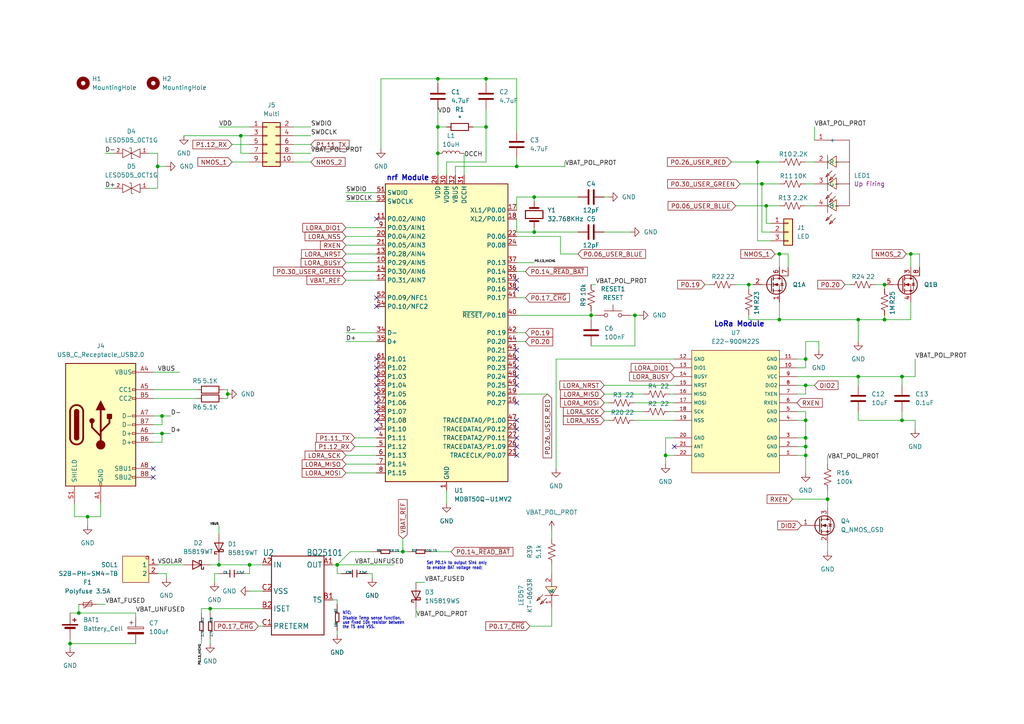
<source format=kicad_sch>
(kicad_sch (version 20250114) (generator "eeschema") (generator_version "9.0")
  (paper "A4")
  (lib_symbols
    (symbol "Connector:USB_C_Receptacle_USB2.0" (pin_names (offset 1.016))
      (property "Reference" "J" (at -10.16 19.05 0))
      (property "Value" "USB_C_Receptacle_USB2.0" (at 19.05 19.05 0))
      (symbol "USB_C_Receptacle_USB2.0_1_1"
        (pin passive line (at -7.62 -22.86 90) (length 5.08) (name "SHIELD") (number "S1"))
        (pin passive line (at 0 -22.86 90) (length 5.08) (name "GND") (number "A1"))
        (pin passive line (at 0 -22.86 90) (length 5.08) (hide yes) (name "GND") (number "A12"))
        (pin passive line (at 0 -22.86 90) (length 5.08) (hide yes) (name "GND") (number "B1"))
        (pin passive line (at 0 -22.86 90) (length 5.08) (hide yes) (name "GND") (number "B12"))
        (pin passive line (at 15.24 15.24 180) (length 5.08) (name "VBUS") (number "A4"))
        (pin passive line (at 15.24 15.24 180) (length 5.08) (hide yes) (name "VBUS") (number "A9"))
        (pin passive line (at 15.24 15.24 180) (length 5.08) (hide yes) (name "VBUS") (number "B4"))
        (pin passive line (at 15.24 15.24 180) (length 5.08) (hide yes) (name "VBUS") (number "B9"))
        (pin bidirectional line (at 15.24 10.16 180) (length 5.08) (name "CC1") (number "A5"))
        (pin bidirectional line (at 15.24 7.62 180) (length 5.08) (name "CC2") (number "B5"))
        (pin bidirectional line (at 15.24 2.54 180) (length 5.08) (name "D-") (number "A7"))
        (pin bidirectional line (at 15.24 0 180) (length 5.08) (name "D-") (number "B7"))
        (pin bidirectional line (at 15.24 -2.54 180) (length 5.08) (name "D+") (number "A6"))
        (pin bidirectional line (at 15.24 -5.08 180) (length 5.08) (name "D+") (number "B6"))
        (pin bidirectional line (at 15.24 -12.7 180) (length 5.08) (name "SBU1") (number "A8"))
        (pin bidirectional line (at 15.24 -15.24 180) (length 5.08) (name "SBU2") (number "B8"))
      )
    )
    (symbol "Connector_Generic:Conn_01x03" (pin_names (offset 1.016) (hide yes))
      (property "Reference" "J" (at 0 5.08 0))
      (property "Value" "Conn_01x03" (at 0 -5.08 0))
      (symbol "Conn_01x03_1_1"
        (pin passive line (at -5.08 2.54 0) (length 3.81) (name "Pin_1") (number "1"))
        (pin passive line (at -5.08 0 0) (length 3.81) (name "Pin_2") (number "2"))
        (pin passive line (at -5.08 -2.54 0) (length 3.81) (name "Pin_3") (number "3"))
      )
    )
    (symbol "Connector_Generic:Conn_02x05_Odd_Even" (pin_names (offset 1.016) (hide yes))
      (property "Reference" "J" (at 1.27 7.62 0))
      (property "Value" "Conn_02x05_Odd_Even" (at 1.27 -7.62 0))
      (symbol "Conn_02x05_Odd_Even_1_1"
        (pin passive line (at -5.08 5.08 0) (length 3.81) (name "Pin_1") (number "1"))
        (pin passive line (at -5.08 2.54 0) (length 3.81) (name "Pin_3") (number "3"))
        (pin passive line (at -5.08 0 0) (length 3.81) (name "Pin_5") (number "5"))
        (pin passive line (at -5.08 -2.54 0) (length 3.81) (name "Pin_7") (number "7"))
        (pin passive line (at -5.08 -5.08 0) (length 3.81) (name "Pin_9") (number "9"))
        (pin passive line (at 7.62 5.08 180) (length 3.81) (name "Pin_2") (number "2"))
        (pin passive line (at 7.62 2.54 180) (length 3.81) (name "Pin_4") (number "4"))
        (pin passive line (at 7.62 0 180) (length 3.81) (name "Pin_6") (number "6"))
        (pin passive line (at 7.62 -2.54 180) (length 3.81) (name "Pin_8") (number "8"))
        (pin passive line (at 7.62 -5.08 180) (length 3.81) (name "Pin_10") (number "10"))
      )
    )
    (symbol "Device:Battery_Cell" (pin_numbers (hide yes)) (pin_names (offset 0) (hide yes))
      (property "Reference" "BT" (at 2.54 2.54 0))
      (property "Value" "Battery_Cell" (at 2.54 0 0))
      (symbol "Battery_Cell_1_1"
        (pin passive line (at 0 5.08 270) (length 2.54) (name "+") (number "1"))
        (pin passive line (at 0 -2.54 90) (length 2.54) (name "-") (number "2"))
      )
    )
    (symbol "Device:C" (pin_numbers (hide yes)) (pin_names (offset 0.254))
      (property "Reference" "C" (at 0.635 2.54 0))
      (property "Value" "C" (at 0.635 -2.54 0))
      (symbol "C_1_1"
        (pin passive line (at 0 3.81 270) (length 2.794) (name "~") (number "1"))
        (pin passive line (at 0 -3.81 90) (length 2.794) (name "~") (number "2"))
      )
    )
    (symbol "Device:C_Polarized" (pin_numbers (hide yes)) (pin_names (offset 0.254))
      (property "Reference" "C" (at 0.635 2.54 0))
      (property "Value" "C_Polarized" (at 0.635 -2.54 0))
      (symbol "C_Polarized_1_1"
        (pin passive line (at 0 3.81 270) (length 2.794) (name "~") (number "1"))
        (pin passive line (at 0 -3.81 90) (length 2.794) (name "~") (number "2"))
      )
    )
    (symbol "Device:Crystal" (pin_numbers (hide yes)) (pin_names (offset 1.016) (hide yes))
      (property "Reference" "Y" (at 0 3.81 0))
      (property "Value" "Crystal" (at 0 -3.81 0))
      (symbol "Crystal_1_1"
        (pin passive line (at -3.81 0 0) (length 1.27) (name "1") (number "1"))
        (pin passive line (at 3.81 0 180) (length 1.27) (name "2") (number "2"))
      )
    )
    (symbol "Device:D_Schottky" (pin_numbers (hide yes)) (pin_names (offset 1.016) (hide yes))
      (property "Reference" "D" (at 0 2.54 0))
      (property "Value" "D_Schottky" (at 0 -2.54 0))
      (symbol "D_Schottky_1_1"
        (pin passive line (at -3.81 0 0) (length 2.54) (name "K") (number "1"))
        (pin passive line (at 3.81 0 180) (length 2.54) (name "A") (number "2"))
      )
    )
    (symbol "Device:L" (pin_numbers (hide yes)) (pin_names (offset 1.016) (hide yes))
      (property "Reference" "L" (at -1.27 0 90))
      (property "Value" "L" (at 1.905 0 90))
      (symbol "L_1_1"
        (pin passive line (at 0 3.81 270) (length 1.27) (name "1") (number "1"))
        (pin passive line (at 0 -3.81 90) (length 1.27) (name "2") (number "2"))
      )
    )
    (symbol "Device:Polyfuse_Small" (pin_numbers (hide yes)) (pin_names (offset 0))
      (property "Reference" "F" (at -1.905 0 90))
      (property "Value" "Polyfuse_Small" (at 1.905 0 90))
      (symbol "Polyfuse_Small_1_1"
        (pin passive line (at 0 2.54 270) (length 0.635) (name "~") (number "1"))
        (pin passive line (at 0 -2.54 90) (length 0.635) (name "~") (number "2"))
      )
    )
    (symbol "Device:Q_NMOS_GSD" (pin_names (offset 0) (hide yes))
      (property "Reference" "Q" (at 5.08 1.27 0))
      (property "Value" "Q_NMOS_GSD" (at 5.08 -1.27 0))
      (symbol "Q_NMOS_GSD_1_1"
        (pin input line (at -5.08 0 0) (length 2.54) (name "G") (number "1"))
        (pin passive line (at 2.54 5.08 270) (length 2.54) (name "D") (number "3"))
        (pin passive line (at 2.54 -5.08 90) (length 2.54) (name "S") (number "2"))
      )
    )
    (symbol "Device:R" (pin_numbers (hide yes)) (pin_names (offset 0))
      (property "Reference" "R" (at 2.032 0 90))
      (property "Value" "R" (at 0 0 90))
      (symbol "R_1_1"
        (pin passive line (at 0 3.81 270) (length 1.27) (name "~") (number "1"))
        (pin passive line (at 0 -3.81 90) (length 1.27) (name "~") (number "2"))
      )
    )
    (symbol "Device:R_US" (pin_numbers (hide yes)) (pin_names (offset 0))
      (property "Reference" "R" (at 2.54 0 90))
      (property "Value" "R_US" (at -2.54 0 90))
      (symbol "R_US_1_1"
        (pin passive line (at 0 3.81 270) (length 1.27) (name "~") (number "1"))
        (pin passive line (at 0 -3.81 90) (length 1.27) (name "~") (number "2"))
      )
    )
    (symbol "Mechanical:MountingHole" (pin_names (offset 1.016))
      (property "Reference" "H" (at 0 5.08 0))
      (property "Value" "MountingHole" (at 0 3.175 0))
    )
    (symbol "Philly:PJM05DN20DFA" (pin_names (offset 0) (hide yes))
      (property "Reference" "Q1" (at 6.35 0.0001 0))
      (symbol "PJM05DN20DFA_1_1"
        (pin input line (at -5.08 0 0) (length 2.54) (name "G") (number "2"))
        (pin passive line (at 2.54 5.08 270) (length 2.54) (name "D") (number "6"))
        (pin passive line (at 2.54 -5.08 90) (length 2.54) (name "S") (number "1"))
        (pin passive line (at 5.08 5.08 270) (length 2.54) (name "D") (number "7"))
      )
      (symbol "PJM05DN20DFA_2_1"
        (pin input line (at -5.08 0 0) (length 2.54) (name "G") (number "5"))
        (pin passive line (at 2.54 5.08 270) (length 2.54) (name "D") (number "3"))
        (pin passive line (at 2.54 -5.08 90) (length 2.54) (name "S") (number "4"))
        (pin passive line (at 5.08 5.08 270) (length 2.54) (name "D") (number "8"))
      )
    )
    (symbol "RF_Module:MDBT50Q-1MV2"
      (property "Reference" "U" (at 0 0 0))
      (property "Value" "MDBT50Q-1MV2" (at 0 -2.54 0))
      (symbol "MDBT50Q-1MV2_1_1"
        (pin bidirectional line (at -20.32 40.64 0) (length 2.54) (name "SWDIO") (number "51"))
        (pin input line (at -20.32 38.1 0) (length 2.54) (name "SWDCLK") (number "53"))
        (pin bidirectional line (at -20.32 33.02 0) (length 2.54) (name "P0.02/AIN0") (number "11"))
        (pin bidirectional line (at -20.32 30.48 0) (length 2.54) (name "P0.03/AIN1") (number "9"))
        (pin bidirectional line (at -20.32 27.94 0) (length 2.54) (name "P0.04/AIN2") (number "20"))
        (pin bidirectional line (at -20.32 25.4 0) (length 2.54) (name "P0.05/AIN3") (number "21"))
        (pin bidirectional line (at -20.32 22.86 0) (length 2.54) (name "P0.28/AIN4") (number "13"))
        (pin bidirectional line (at -20.32 20.32 0) (length 2.54) (name "P0.29/AIN5") (number "10"))
        (pin bidirectional line (at -20.32 17.78 0) (length 2.54) (name "P0.30/AIN6") (number "14"))
        (pin bidirectional line (at -20.32 15.24 0) (length 2.54) (name "P0.31/AIN7") (number "12"))
        (pin bidirectional line (at -20.32 10.16 0) (length 2.54) (name "P0.09/NFC1") (number "52"))
        (pin bidirectional line (at -20.32 7.62 0) (length 2.54) (name "P0.10/NFC2") (number "54"))
        (pin bidirectional line (at -20.32 0 0) (length 2.54) (name "D-") (number "34"))
        (pin bidirectional line (at -20.32 -2.54 0) (length 2.54) (name "D+") (number "35"))
        (pin bidirectional line (at -20.32 -7.62 0) (length 2.54) (name "P1.01") (number "61"))
        (pin bidirectional line (at -20.32 -10.16 0) (length 2.54) (name "P1.02") (number "50"))
        (pin bidirectional line (at -20.32 -12.7 0) (length 2.54) (name "P1.03") (number "60"))
        (pin bidirectional line (at -20.32 -15.24 0) (length 2.54) (name "P1.04") (number "56"))
        (pin bidirectional line (at -20.32 -17.78 0) (length 2.54) (name "P1.05") (number "59"))
        (pin bidirectional line (at -20.32 -20.32 0) (length 2.54) (name "P1.06") (number "57"))
        (pin bidirectional line (at -20.32 -22.86 0) (length 2.54) (name "P1.07") (number "58"))
        (pin bidirectional line (at -20.32 -25.4 0) (length 2.54) (name "P1.08") (number "25"))
        (pin bidirectional line (at -20.32 -27.94 0) (length 2.54) (name "P1.10") (number "3"))
        (pin bidirectional line (at -20.32 -30.48 0) (length 2.54) (name "P1.11") (number "4"))
        (pin bidirectional line (at -20.32 -33.02 0) (length 2.54) (name "P1.12") (number "5"))
        (pin bidirectional line (at -20.32 -35.56 0) (length 2.54) (name "P1.13") (number "6"))
        (pin bidirectional line (at -20.32 -38.1 0) (length 2.54) (name "P1.14") (number "7"))
        (pin bidirectional line (at -20.32 -40.64 0) (length 2.54) (name "P1.15") (number "8"))
        (pin power_in line (at -2.54 45.72 270) (length 2.54) (name "VDD") (number "28"))
        (pin power_in line (at 0 45.72 270) (length 2.54) (name "VDDH") (number "30"))
        (pin power_in line (at 0 -45.72 90) (length 2.54) (name "GND") (number "1"))
        (pin passive line (at 0 -45.72 90) (length 2.54) (hide yes) (name "GND") (number "15"))
        (pin passive line (at 0 -45.72 90) (length 2.54) (hide yes) (name "GND") (number "2"))
        (pin passive line (at 0 -45.72 90) (length 2.54) (hide yes) (name "GND") (number "33"))
        (pin passive line (at 0 -45.72 90) (length 2.54) (hide yes) (name "GND") (number "55"))
        (pin power_in line (at 2.54 45.72 270) (length 2.54) (name "VBUS") (number "32"))
        (pin power_out line (at 5.08 45.72 270) (length 2.54) (name "DCCH") (number "31"))
        (pin bidirectional line (at 20.32 35.56 180) (length 2.54) (name "XL1/P0.00") (number "17"))
        (pin bidirectional line (at 20.32 33.02 180) (length 2.54) (name "XL2/P0.01") (number "18"))
        (pin bidirectional line (at 20.32 27.94 180) (length 2.54) (name "P0.06") (number "22"))
        (pin bidirectional line (at 20.32 25.4 180) (length 2.54) (name "P0.08") (number "24"))
        (pin bidirectional line (at 20.32 20.32 180) (length 2.54) (name "P0.13") (number "37"))
        (pin bidirectional line (at 20.32 17.78 180) (length 2.54) (name "P0.14") (number "36"))
        (pin bidirectional line (at 20.32 15.24 180) (length 2.54) (name "P0.15") (number "39"))
        (pin bidirectional line (at 20.32 12.7 180) (length 2.54) (name "P0.16") (number "38"))
        (pin bidirectional line (at 20.32 10.16 180) (length 2.54) (name "P0.17") (number "41"))
        (pin bidirectional line (at 20.32 5.08 180) (length 2.54) (name "~{RESET}/P0.18") (number "40"))
        (pin bidirectional line (at 20.32 0 180) (length 2.54) (name "P0.19") (number "42"))
        (pin bidirectional line (at 20.32 -2.54 180) (length 2.54) (name "P0.20") (number "44"))
        (pin bidirectional line (at 20.32 -5.08 180) (length 2.54) (name "P0.21") (number "43"))
        (pin bidirectional line (at 20.32 -7.62 180) (length 2.54) (name "P0.22") (number "46"))
        (pin bidirectional line (at 20.32 -10.16 180) (length 2.54) (name "P0.23") (number "45"))
        (pin bidirectional line (at 20.32 -12.7 180) (length 2.54) (name "P0.24") (number "48"))
        (pin bidirectional line (at 20.32 -15.24 180) (length 2.54) (name "P0.25") (number "49"))
        (pin bidirectional line (at 20.32 -17.78 180) (length 2.54) (name "P0.26") (number "19"))
        (pin bidirectional line (at 20.32 -20.32 180) (length 2.54) (name "P0.27") (number "16"))
        (pin bidirectional line (at 20.32 -25.4 180) (length 2.54) (name "TRACEDATA0/P1.00") (number "47"))
        (pin bidirectional line (at 20.32 -27.94 180) (length 2.54) (name "TRACEDATA1/P0.12") (number "29"))
        (pin bidirectional line (at 20.32 -30.48 180) (length 2.54) (name "TRACEDATA2/P0.11") (number "27"))
        (pin bidirectional line (at 20.32 -33.02 180) (length 2.54) (name "TRACEDATA3/P1.09") (number "26"))
        (pin bidirectional line (at 20.32 -35.56 180) (length 2.54) (name "TRACECLK/P0.07") (number "23"))
      )
    )
    (symbol "Seeed Studio XIAO nRF52840 v1.1-eagle-import:GroveX_C-0201"
      (symbol "GroveX_C-0201_1_0"
        (pin passive line (at -3.81 0 0) (length 2.54) (name "1") (number "1"))
        (pin passive line (at 3.81 0 180) (length 2.54) (name "2") (number "2"))
      )
    )
    (symbol "Seeed Studio XIAO nRF52840 v1.1-eagle-import:GroveX_R-0201"
      (symbol "GroveX_R-0201_1_0"
        (pin passive line (at -3.81 0 0) (length 2.54) (name "1") (number "1"))
        (pin passive line (at 3.81 0 180) (length 2.54) (name "2") (number "2"))
      )
    )
    (symbol "Seeed Studio XIAO nRF52840 v1.1-eagle-import:Seeed XIAO BLE_BQ25101_DSBGA_6_BQ25101_DSBGA_6"
      (symbol "Seeed XIAO BLE_BQ25101_DSBGA_6_BQ25101_DSBGA_6_1_0"
        (pin bidirectional line (at -10.16 10.16 0) (length 2.54) (name "IN") (number "A2"))
        (pin bidirectional line (at -10.16 2.54 0) (length 2.54) (name "VSS") (number "C2"))
        (pin bidirectional line (at -10.16 -2.54 0) (length 2.54) (name "ISET") (number "B2"))
        (pin bidirectional line (at -10.16 -7.62 0) (length 2.54) (name "PRETERM") (number "C1"))
        (pin bidirectional line (at 10.16 10.16 180) (length 2.54) (name "OUT") (number "A1"))
        (pin bidirectional line (at 10.16 0 180) (length 2.54) (name "TS") (number "B1"))
      )
    )
    (symbol "Switch:SW_Push" (pin_numbers (hide yes)) (pin_names (offset 1.016) (hide yes))
      (property "Reference" "SW" (at 1.27 2.54 0))
      (property "Value" "SW_Push" (at 0 -1.524 0))
      (symbol "SW_Push_0_1"
        (pin passive line (at -5.08 0 0) (length 2.54) (name "1") (number "1"))
        (pin passive line (at 5.08 0 180) (length 2.54) (name "2") (number "2"))
      )
    )
    (symbol "pager_parts:E22-900M22S"
      (property "Reference" "U" (at 0 1.27 0))
      (property "Value" "E22-900M22S" (at 0 -2.54 0))
      (symbol "E22-900M22S_0_1"
        (pin unspecified line (at -17.78 15.24 0) (length 5.08) (name "GND") (number "12"))
        (pin unspecified line (at -17.78 12.7 0) (length 5.08) (name "DIO1") (number "13"))
        (pin unspecified line (at -17.78 10.16 0) (length 5.08) (name "BUSY") (number "14"))
        (pin unspecified line (at -17.78 7.62 0) (length 5.08) (name "NRST") (number "15"))
        (pin unspecified line (at -17.78 5.08 0) (length 5.08) (name "MISO") (number "16"))
        (pin unspecified line (at -17.78 2.54 0) (length 5.08) (name "MOSI") (number "17"))
        (pin unspecified line (at -17.78 0 0) (length 5.08) (name "SCK") (number "18"))
        (pin unspecified line (at -17.78 -2.54 0) (length 5.08) (name "NSS") (number "19"))
        (pin unspecified line (at -17.78 -7.62 0) (length 5.08) (name "GND") (number "20"))
        (pin unspecified line (at -17.78 -10.16 0) (length 5.08) (name "ANT") (number "21"))
        (pin unspecified line (at -17.78 -12.7 0) (length 5.08) (name "GND") (number "22"))
        (pin unspecified line (at 17.78 15.24 180) (length 5.08) (name "GND") (number "11"))
        (pin unspecified line (at 17.78 12.7 180) (length 5.08) (name "GND") (number "10"))
        (pin unspecified line (at 17.78 10.16 180) (length 5.08) (name "VCC") (number "9"))
        (pin unspecified line (at 17.78 7.62 180) (length 5.08) (name "DIO2") (number "8"))
        (pin unspecified line (at 17.78 5.08 180) (length 5.08) (name "TXEN") (number "7"))
        (pin unspecified line (at 17.78 2.54 180) (length 5.08) (name "RXEN") (number "6"))
        (pin unspecified line (at 17.78 0 180) (length 5.08) (name "GND") (number "5"))
        (pin unspecified line (at 17.78 -2.54 180) (length 5.08) (name "GND") (number "4"))
        (pin unspecified line (at 17.78 -7.62 180) (length 5.08) (name "GND") (number "3"))
        (pin unspecified line (at 17.78 -10.16 180) (length 5.08) (name "GND") (number "2"))
        (pin unspecified line (at 17.78 -12.7 180) (length 5.08) (name "GND") (number "1"))
      )
    )
    (symbol "pager_parts:KT-0603R"
      (property "Reference" "LED" (at 0 5.08 0))
      (property "Value" "KT-0603R" (at 0 -5.08 0))
      (symbol "KT-0603R_0_1"
        (pin unspecified line (at -5.08 0 0) (length 3.81) (name "K") (number "1"))
        (pin unspecified line (at 5.08 0 180) (length 3.81) (name "A") (number "2"))
      )
    )
    (symbol "pager_parts:LESD5D5_0CT1G" (pin_names (hide yes))
      (property "Reference" "D" (at 0 1.27 0))
      (property "Value" "LESD5D5_0CT1G" (at 0 -2.54 0))
      (symbol "LESD5D5_0CT1G_0_1"
        (pin unspecified line (at -5.08 0 0) (length 2.54) (name "1") (number "1"))
        (pin unspecified line (at 5.08 0 180) (length 2.54) (name "2") (number "2"))
      )
    )
    (symbol "pager_parts:MHPA1010RGBDT"
      (property "Reference" "LED" (at 0 0 0))
      (property "Note" "Up Firing" (at 0 0 0))
      (symbol "MHPA1010RGBDT_0_1"
        (pin unspecified line (at -10.16 -5.08 90) (length 3.81) (name "+") (number "1"))
        (pin unspecified line (at -3.81 -5.08 90) (length 3.81) (name "R-") (number "2"))
        (pin unspecified line (at 2.54 -5.08 90) (length 3.81) (name "G-") (number "3"))
        (pin unspecified line (at 8.89 -5.08 90) (length 3.81) (name "B-") (number "4"))
      )
    )
    (symbol "pager_parts:S2B-PH-K-S(LF)(SN)"
      (property "Reference" "U" (at 0 6.35 0))
      (property "Value" "S2B-PH-K-S(LF)(SN)" (at 0 -6.35 0))
      (symbol "S2B-PH-K-S(LF)(SN)_0_1"
        (pin unspecified line (at -5.08 1.27 0) (length 2.54) (name "1") (number "1"))
        (pin unspecified line (at -5.08 -1.27 0) (length 2.54) (name "2") (number "2"))
      )
    )
    (symbol "power:GND" (power) (pin_names (offset 0))
      (property "Value" "GND" (at 0 -3.81 0))
      (symbol "GND_1_1"
        (pin power_in line (at 0 0 270) (length 0) (hide yes) (name "GND") (number "1"))
      )
    )
    (symbol "power:VBUS" (power) (pin_names (offset 0))
      (property "Value" "VBUS" (at 0 3.81 0))
      (symbol "VBUS_1_1"
        (pin power_in line (at 0 0 90) (length 0) (hide yes) (name "VBUS") (number "1"))
      )
    )
  )
  (text "Disable Temp sense function," (at 99.314 179.959 0) (effects (font (size 0.889 0.7556)) (justify left bottom)))
  (text "NTC:" (at 99.314 178.435 0) (effects (font (size 0.889 0.7556)) (justify left bottom)))
  (text "the TS and VSS." (at 99.314 182.499 0) (effects (font (size 0.889 0.7556)) (justify left bottom)))
  (text "use fixed 10k resistor between" (at 99.314 181.229 0) (effects (font (size 0.889 0.7556)) (justify left bottom)))
  (text "nrf Module" (at 112.014 52.578 0) (effects (font (size 1.5 1.5) (thickness 0.3) (bold yes)) (justify left bottom)))
  (text "Set P0.14 to output Sink only\nto enable BAT voltage read;" (at 123.698 165.354 0) (effects (font (size 0.889 0.7556)) (justify left bottom)))
  (text "LoRa Module" (at 207.01 94.996 0) (effects (font (size 1.5 1.5) (thickness 0.3) (bold yes)) (justify left bottom)))
  (junction (at 20.32 186.69))
  (junction (at 248.92 92.71))
  (junction (at 226.06 92.71))
  (junction (at 222.25 59.69))
  (junction (at 63.5 163.83))
  (junction (at 127 36.83))
  (junction (at 154.94 67.31))
  (junction (at 127 44.45))
  (junction (at 97.79 163.83))
  (junction (at 46.99 125.73))
  (junction (at 140.97 36.83))
  (junction (at 261.62 109.22))
  (junction (at 127 22.86))
  (junction (at 256.54 82.55))
  (junction (at 219.71 46.99))
  (junction (at 66.04 114.3))
  (junction (at 45.72 48.26))
  (junction (at 233.68 121.92))
  (junction (at 171.45 91.44))
  (junction (at 149.86 48.26))
  (junction (at 22.86 177.8))
  (junction (at 60.96 176.53))
  (junction (at 248.92 109.22))
  (junction (at 261.62 121.92))
  (junction (at 69.85 39.37))
  (junction (at 233.68 111.76))
  (junction (at 233.68 129.54))
  (junction (at 140.97 22.86))
  (junction (at 25.4 149.86))
  (junction (at 264.16 73.66))
  (junction (at 233.68 127))
  (junction (at 184.15 91.44))
  (junction (at 220.98 53.34))
  (junction (at 233.68 132.08))
  (junction (at 226.06 73.66))
  (junction (at 72.39 163.83))
  (junction (at 233.68 104.14))
  (junction (at 217.17 82.55))
  (junction (at 240.03 144.78))
  (junction (at 116.84 160.02))
  (junction (at 154.94 57.15))
  (junction (at 256.54 92.71))
  (junction (at 46.99 120.65))
  (junction (at 193.04 132.08))
  (no_connect (at 149.86 101.6))
  (no_connect (at 109.22 63.5))
  (no_connect (at 109.22 124.46))
  (no_connect (at 149.86 132.08))
  (no_connect (at 109.22 121.92))
  (no_connect (at 109.22 86.36))
  (no_connect (at 44.45 135.89))
  (no_connect (at 149.86 111.76))
  (no_connect (at 109.22 111.76))
  (no_connect (at 195.58 129.54))
  (no_connect (at 109.22 109.22))
  (no_connect (at 149.86 116.84))
  (no_connect (at 109.22 104.14))
  (no_connect (at 149.86 109.22))
  (no_connect (at 149.86 127))
  (no_connect (at 109.22 88.9))
  (no_connect (at 109.22 114.3))
  (no_connect (at 149.86 129.54))
  (no_connect (at 109.22 116.84))
  (no_connect (at 109.22 119.38))
  (no_connect (at 109.22 106.68))
  (no_connect (at 44.45 138.43))
  (no_connect (at 149.86 106.68))
  (no_connect (at 149.86 124.46))
  (no_connect (at 149.86 104.14))
  (no_connect (at 149.86 81.28))
  (no_connect (at 149.86 121.92))
  (no_connect (at 149.86 83.82))
  (wire (pts (xy 231.14 104.14) (xy 233.68 104.14)))
  (wire (pts (xy 85.09 46.99) (xy 90.17 46.99)))
  (wire (pts (xy 30.48 54.61) (xy 33.02 54.61)))
  (wire (pts (xy 22.86 175.26) (xy 22.86 177.8)))
  (wire (pts (xy 97.79 166.37) (xy 97.79 163.83)) (stroke (width 0.1524)))
  (wire (pts (xy 60.96 177.8) (xy 60.96 176.53)) (stroke (width 0.1524)))
  (wire (pts (xy 231.14 127) (xy 233.68 127)))
  (wire (pts (xy 97.79 173.99) (xy 97.79 175.26)) (stroke (width 0.1524)))
  (wire (pts (xy 45.72 163.83) (xy 53.34 163.83)))
  (wire (pts (xy 127 36.83) (xy 129.54 36.83)))
  (wire (pts (xy 100.33 66.04) (xy 109.22 66.04)))
  (wire (pts (xy 233.68 99.06) (xy 237.49 99.06)))
  (wire (pts (xy 100.33 71.12) (xy 109.22 71.12)))
  (wire (pts (xy 195.58 127) (xy 193.04 127)))
  (wire (pts (xy 248.92 92.71) (xy 248.92 99.06)))
  (wire (pts (xy 226.06 87.63) (xy 226.06 92.71)))
  (wire (pts (xy 45.72 44.45) (xy 45.72 48.26)))
  (wire (pts (xy 233.68 53.34) (xy 236.22 53.34)))
  (wire (pts (xy 20.32 186.69) (xy 39.37 186.69)))
  (wire (pts (xy 62.23 166.37) (xy 62.23 168.91)))
  (wire (pts (xy 149.86 48.26) (xy 132.08 48.26)))
  (wire (pts (xy 66.04 113.03) (xy 66.04 114.3)))
  (wire (pts (xy 204.47 82.55) (xy 205.74 82.55)))
  (wire (pts (xy 63.5 166.37) (xy 62.23 166.37)) (stroke (width 0.1524)))
  (wire (pts (xy 60.96 163.83) (xy 63.5 163.83)))
  (wire (pts (xy 149.86 114.3) (xy 158.75 114.3)))
  (wire (pts (xy 69.85 44.45) (xy 72.39 44.45)))
  (wire (pts (xy 101.6 160.02) (xy 97.79 163.83)) (stroke (width 0.1524)))
  (wire (pts (xy 212.09 46.99) (xy 219.71 46.99)))
  (wire (pts (xy 116.84 156.21) (xy 116.84 160.02)))
  (wire (pts (xy 240.03 142.24) (xy 240.03 144.78)))
  (wire (pts (xy 43.18 44.45) (xy 45.72 44.45)))
  (wire (pts (xy 233.68 46.99) (xy 236.22 46.99)))
  (wire (pts (xy 107.95 160.02) (xy 101.6 160.02)) (stroke (width 0.1524)))
  (wire (pts (xy 233.68 127) (xy 233.68 129.54)))
  (wire (pts (xy 60.96 176.53) (xy 76.2 176.53)) (stroke (width 0.1524)))
  (wire (pts (xy 30.48 44.45) (xy 33.02 44.45)))
  (wire (pts (xy 231.14 111.76) (xy 233.68 111.76)))
  (wire (pts (xy 261.62 121.92) (xy 265.43 121.92)))
  (wire (pts (xy 264.16 77.47) (xy 264.16 73.66)))
  (wire (pts (xy 149.86 45.72) (xy 149.86 48.26)))
  (wire (pts (xy 266.7 73.66) (xy 266.7 77.47)))
  (wire (pts (xy 85.09 39.37) (xy 90.17 39.37)))
  (wire (pts (xy 100.33 55.88) (xy 109.22 55.88)))
  (wire (pts (xy 245.11 82.55) (xy 246.38 82.55)))
  (wire (pts (xy 129.54 46.99) (xy 140.97 46.99)))
  (wire (pts (xy 129.54 142.24) (xy 129.54 146.05)))
  (wire (pts (xy 171.45 91.44) (xy 172.72 91.44)))
  (wire (pts (xy 237.49 99.06) (xy 237.49 101.6)))
  (wire (pts (xy 213.36 59.69) (xy 222.25 59.69)))
  (wire (pts (xy 25.4 149.86) (xy 25.4 152.4)))
  (wire (pts (xy 256.54 91.44) (xy 256.54 92.71)))
  (wire (pts (xy 45.72 48.26) (xy 45.72 54.61)))
  (wire (pts (xy 85.09 44.45) (xy 90.17 44.45)))
  (wire (pts (xy 223.52 67.31) (xy 220.98 67.31)))
  (wire (pts (xy 46.99 120.65) (xy 49.53 120.65)))
  (wire (pts (xy 58.42 176.53) (xy 58.42 177.8)) (stroke (width 0.1524)))
  (wire (pts (xy 161.29 104.14) (xy 161.29 135.89)))
  (wire (pts (xy 236.22 36.83) (xy 236.22 40.64)))
  (wire (pts (xy 134.62 44.45) (xy 134.62 50.8)))
  (wire (pts (xy 154.94 67.31) (xy 167.64 67.31)))
  (wire (pts (xy 140.97 24.13) (xy 140.97 22.86)))
  (wire (pts (xy 175.26 111.76) (xy 195.58 111.76)))
  (wire (pts (xy 248.92 92.71) (xy 256.54 92.71)))
  (wire (pts (xy 248.92 109.22) (xy 248.92 111.76)))
  (wire (pts (xy 149.86 63.5) (xy 149.86 67.31)))
  (wire (pts (xy 233.68 104.14) (xy 233.68 99.06)))
  (wire (pts (xy 149.86 91.44) (xy 171.45 91.44)))
  (wire (pts (xy 219.71 46.99) (xy 226.06 46.99)))
  (wire (pts (xy 115.57 160.02) (xy 116.84 160.02)) (stroke (width 0.1524)))
  (wire (pts (xy 107.95 166.37) (xy 106.68 166.37)) (stroke (width 0.1524)))
  (wire (pts (xy 171.45 91.44) (xy 171.45 92.71)))
  (wire (pts (xy 46.99 120.65) (xy 46.99 123.19)))
  (wire (pts (xy 97.79 182.88) (xy 97.79 184.15)) (stroke (width 0.1524)))
  (wire (pts (xy 264.16 87.63) (xy 264.16 92.71)))
  (wire (pts (xy 220.98 53.34) (xy 226.06 53.34)))
  (wire (pts (xy 25.4 149.86) (xy 29.21 149.86)))
  (wire (pts (xy 125.73 160.02) (xy 130.81 160.02)) (stroke (width 0.1524)))
  (wire (pts (xy 64.77 115.57) (xy 66.04 115.57)))
  (wire (pts (xy 175.26 119.38) (xy 186.69 119.38)))
  (wire (pts (xy 67.31 41.91) (xy 72.39 41.91)))
  (wire (pts (xy 233.68 106.68) (xy 233.68 104.14)))
  (wire (pts (xy 85.09 41.91) (xy 90.17 41.91)))
  (wire (pts (xy 110.49 22.86) (xy 127 22.86)))
  (wire (pts (xy 100.33 134.62) (xy 109.22 134.62)))
  (wire (pts (xy 233.68 129.54) (xy 233.68 132.08)))
  (wire (pts (xy 194.31 114.3) (xy 195.58 114.3)))
  (wire (pts (xy 233.68 119.38) (xy 233.68 121.92)))
  (wire (pts (xy 149.86 22.86) (xy 149.86 38.1)))
  (wire (pts (xy 256.54 83.82) (xy 256.54 82.55)))
  (wire (pts (xy 22.86 177.8) (xy 39.37 177.8)))
  (wire (pts (xy 240.03 157.48) (xy 240.03 160.02)))
  (wire (pts (xy 127 31.75) (xy 127 36.83)))
  (wire (pts (xy 39.37 179.07) (xy 39.37 177.8)))
  (wire (pts (xy 100.33 81.28) (xy 109.22 81.28)))
  (wire (pts (xy 100.33 73.66) (xy 109.22 73.66)))
  (wire (pts (xy 44.45 120.65) (xy 46.99 120.65)))
  (wire (pts (xy 67.31 46.99) (xy 72.39 46.99)))
  (wire (pts (xy 149.86 78.74) (xy 152.4 78.74)))
  (wire (pts (xy 76.2 163.83) (xy 72.39 163.83)) (stroke (width 0.1524)))
  (wire (pts (xy 217.17 83.82) (xy 217.17 82.55)))
  (wire (pts (xy 71.12 166.37) (xy 72.39 166.37)) (stroke (width 0.1524)))
  (wire (pts (xy 63.5 36.83) (xy 72.39 36.83)))
  (wire (pts (xy 261.62 109.22) (xy 261.62 111.76)))
  (wire (pts (xy 154.94 57.15) (xy 167.64 57.15)))
  (wire (pts (xy 46.99 128.27) (xy 46.99 125.73)))
  (wire (pts (xy 229.87 144.78) (xy 240.03 144.78)))
  (wire (pts (xy 44.45 128.27) (xy 46.99 128.27)))
  (wire (pts (xy 154.94 57.15) (xy 154.94 58.42)))
  (wire (pts (xy 231.14 121.92) (xy 233.68 121.92)))
  (wire (pts (xy 223.52 69.85) (xy 219.71 69.85)))
  (wire (pts (xy 162.56 73.66) (xy 167.64 73.66)))
  (wire (pts (xy 63.5 152.4) (xy 63.5 154.94)))
  (wire (pts (xy 149.86 99.06) (xy 152.4 99.06)))
  (wire (pts (xy 149.86 96.52) (xy 152.4 96.52)))
  (wire (pts (xy 162.56 68.58) (xy 162.56 73.66)))
  (wire (pts (xy 171.45 82.55) (xy 172.72 82.55)))
  (wire (pts (xy 132.08 48.26) (xy 132.08 50.8)))
  (wire (pts (xy 127 22.86) (xy 140.97 22.86)))
  (wire (pts (xy 222.25 59.69) (xy 226.06 59.69)))
  (wire (pts (xy 100.33 137.16) (xy 109.22 137.16)))
  (wire (pts (xy 149.86 60.96) (xy 149.86 57.15)))
  (wire (pts (xy 102.87 163.83) (xy 114.3 163.83)))
  (wire (pts (xy 102.87 127) (xy 109.22 127)))
  (wire (pts (xy 231.14 132.08) (xy 233.68 132.08)))
  (wire (pts (xy 127 44.45) (xy 127 50.8)))
  (wire (pts (xy 213.36 82.55) (xy 217.17 82.55)))
  (wire (pts (xy 233.68 114.3) (xy 231.14 114.3)))
  (wire (pts (xy 60.96 176.53) (xy 58.42 176.53)) (stroke (width 0.1524)))
  (wire (pts (xy 149.86 86.36) (xy 152.4 86.36)))
  (wire (pts (xy 129.54 50.8) (xy 129.54 46.99)))
  (wire (pts (xy 120.65 176.53) (xy 120.65 179.07)))
  (wire (pts (xy 254 82.55) (xy 256.54 82.55)))
  (wire (pts (xy 261.62 119.38) (xy 261.62 121.92)))
  (wire (pts (xy 163.83 46.99) (xy 163.83 48.26)))
  (wire (pts (xy 184.15 91.44) (xy 185.42 91.44)))
  (wire (pts (xy 64.77 113.03) (xy 66.04 113.03)))
  (wire (pts (xy 149.86 68.58) (xy 162.56 68.58)))
  (wire (pts (xy 153.67 181.61) (xy 160.02 181.61)))
  (wire (pts (xy 96.52 173.99) (xy 97.79 173.99)) (stroke (width 0.1524)))
  (wire (pts (xy 20.32 177.8) (xy 22.86 177.8)))
  (wire (pts (xy 228.6 73.66) (xy 228.6 77.47)))
  (wire (pts (xy 100.33 99.06) (xy 109.22 99.06)))
  (wire (pts (xy 127 22.86) (xy 127 24.13)))
  (wire (pts (xy 27.94 175.26) (xy 30.48 175.26)))
  (wire (pts (xy 226.06 77.47) (xy 226.06 73.66)))
  (wire (pts (xy 149.86 57.15) (xy 154.94 57.15)))
  (wire (pts (xy 72.39 166.37) (xy 72.39 163.83)) (stroke (width 0.1524)))
  (wire (pts (xy 217.17 92.71) (xy 217.17 91.44)))
  (wire (pts (xy 100.33 78.74) (xy 109.22 78.74)))
  (wire (pts (xy 226.06 92.71) (xy 248.92 92.71)))
  (wire (pts (xy 171.45 90.17) (xy 171.45 91.44)))
  (wire (pts (xy 116.84 160.02) (xy 118.11 160.02)) (stroke (width 0.1524)))
  (wire (pts (xy 214.63 53.34) (xy 220.98 53.34)))
  (wire (pts (xy 265.43 121.92) (xy 265.43 124.46)))
  (wire (pts (xy 102.87 129.54) (xy 109.22 129.54)))
  (wire (pts (xy 48.26 166.37) (xy 48.26 167.64)))
  (wire (pts (xy 182.88 91.44) (xy 184.15 91.44)))
  (wire (pts (xy 44.45 113.03) (xy 57.15 113.03)))
  (wire (pts (xy 248.92 109.22) (xy 261.62 109.22)))
  (wire (pts (xy 184.15 116.84) (xy 195.58 116.84)))
  (wire (pts (xy 176.53 57.15) (xy 175.26 57.15)))
  (wire (pts (xy 100.33 68.58) (xy 109.22 68.58)))
  (wire (pts (xy 233.68 111.76) (xy 233.68 114.3)))
  (wire (pts (xy 261.62 109.22) (xy 265.43 109.22)))
  (wire (pts (xy 175.26 121.92) (xy 176.53 121.92)))
  (wire (pts (xy 45.72 54.61) (xy 43.18 54.61)))
  (wire (pts (xy 262.89 73.66) (xy 264.16 73.66)))
  (wire (pts (xy 233.68 121.92) (xy 233.68 127)))
  (wire (pts (xy 195.58 132.08) (xy 193.04 132.08)))
  (wire (pts (xy 171.45 100.33) (xy 184.15 100.33)))
  (wire (pts (xy 195.58 104.14) (xy 161.29 104.14)))
  (wire (pts (xy 21.59 146.05) (xy 21.59 149.86)))
  (wire (pts (xy 74.93 181.61) (xy 76.2 181.61)))
  (wire (pts (xy 160.02 163.83) (xy 160.02 166.37)))
  (wire (pts (xy 21.59 149.86) (xy 25.4 149.86)))
  (wire (pts (xy 137.16 36.83) (xy 140.97 36.83)))
  (wire (pts (xy 44.45 107.95) (xy 52.07 107.95)))
  (wire (pts (xy 140.97 36.83) (xy 140.97 46.99)))
  (wire (pts (xy 222.25 59.69) (xy 222.25 64.77)))
  (wire (pts (xy 231.14 119.38) (xy 233.68 119.38)))
  (wire (pts (xy 219.71 46.99) (xy 219.71 69.85)))
  (wire (pts (xy 63.5 163.83) (xy 72.39 163.83)) (stroke (width 0.1524)))
  (wire (pts (xy 100.33 58.42) (xy 109.22 58.42)))
  (wire (pts (xy 116.84 160.02) (xy 116.84 158.75)) (stroke (width 0.1524)))
  (wire (pts (xy 184.15 91.44) (xy 184.15 100.33)))
  (wire (pts (xy 222.25 64.77) (xy 223.52 64.77)))
  (wire (pts (xy 149.86 67.31) (xy 154.94 67.31)))
  (wire (pts (xy 107.95 166.37) (xy 107.95 167.64)))
  (wire (pts (xy 63.5 163.83) (xy 63.5 162.56)))
  (wire (pts (xy 20.32 186.69) (xy 20.32 187.96)))
  (wire (pts (xy 60.96 185.42) (xy 60.96 186.69)) (stroke (width 0.1524)))
  (wire (pts (xy 45.72 48.26) (xy 48.26 48.26)))
  (wire (pts (xy 233.68 59.69) (xy 236.22 59.69)))
  (wire (pts (xy 100.33 76.2) (xy 109.22 76.2)))
  (wire (pts (xy 240.03 132.08) (xy 240.03 134.62)))
  (wire (pts (xy 45.72 166.37) (xy 48.26 166.37)))
  (wire (pts (xy 149.86 48.26) (xy 163.83 48.26)))
  (wire (pts (xy 97.79 163.83) (xy 102.87 163.83)) (stroke (width 0.1524)))
  (wire (pts (xy 100.33 132.08) (xy 109.22 132.08)))
  (wire (pts (xy 120.65 168.91) (xy 123.19 168.91)))
  (wire (pts (xy 217.17 82.55) (xy 218.44 82.55)))
  (wire (pts (xy 226.06 73.66) (xy 228.6 73.66)))
  (wire (pts (xy 175.26 114.3) (xy 186.69 114.3)))
  (wire (pts (xy 29.21 149.86) (xy 29.21 146.05)))
  (wire (pts (xy 184.15 121.92) (xy 195.58 121.92)))
  (wire (pts (xy 175.26 116.84) (xy 176.53 116.84)))
  (wire (pts (xy 194.31 119.38) (xy 195.58 119.38)))
  (wire (pts (xy 160.02 153.67) (xy 160.02 156.21)))
  (wire (pts (xy 231.14 109.22) (xy 248.92 109.22)))
  (wire (pts (xy 154.94 67.31) (xy 154.94 66.04)))
  (wire (pts (xy 160.02 176.53) (xy 160.02 181.61)))
  (wire (pts (xy 44.45 125.73) (xy 46.99 125.73)))
  (wire (pts (xy 217.17 92.71) (xy 226.06 92.71)))
  (wire (pts (xy 85.09 36.83) (xy 90.17 36.83)))
  (wire (pts (xy 110.49 43.18) (xy 110.49 22.86)))
  (wire (pts (xy 220.98 53.34) (xy 220.98 67.31)))
  (wire (pts (xy 46.99 125.73) (xy 49.53 125.73)))
  (wire (pts (xy 140.97 31.75) (xy 140.97 36.83)))
  (wire (pts (xy 175.26 67.31) (xy 182.88 67.31)))
  (wire (pts (xy 20.32 185.42) (xy 20.32 186.69)))
  (wire (pts (xy 248.92 121.92) (xy 261.62 121.92)))
  (wire (pts (xy 233.68 111.76) (xy 236.22 111.76)))
  (wire (pts (xy 72.39 39.37) (xy 69.85 39.37)))
  (wire (pts (xy 193.04 132.08) (xy 193.04 134.62)))
  (wire (pts (xy 66.04 115.57) (xy 66.04 114.3)))
  (wire (pts (xy 231.14 129.54) (xy 233.68 129.54)))
  (wire (pts (xy 127 36.83) (xy 127 44.45)))
  (wire (pts (xy 231.14 106.68) (xy 233.68 106.68)))
  (wire (pts (xy 99.06 166.37) (xy 97.79 166.37)) (stroke (width 0.1524)))
  (wire (pts (xy 256.54 92.71) (xy 264.16 92.71)))
  (wire (pts (xy 193.04 127) (xy 193.04 132.08)))
  (wire (pts (xy 53.34 39.37) (xy 69.85 39.37)))
  (wire (pts (xy 224.79 73.66) (xy 226.06 73.66)))
  (wire (pts (xy 72.39 171.45) (xy 76.2 171.45)) (stroke (width 0.1524)))
  (wire (pts (xy 265.43 109.22) (xy 265.43 104.14)))
  (wire (pts (xy 44.45 123.19) (xy 46.99 123.19)))
  (wire (pts (xy 264.16 73.66) (xy 266.7 73.66)))
  (wire (pts (xy 149.86 76.2) (xy 154.94 76.2)))
  (wire (pts (xy 58.42 185.42) (xy 58.42 186.69)) (stroke (width 0.1524)))
  (wire (pts (xy 44.45 115.57) (xy 57.15 115.57)))
  (wire (pts (xy 233.68 132.08) (xy 233.68 137.16)))
  (wire (pts (xy 140.97 22.86) (xy 149.86 22.86)))
  (wire (pts (xy 240.03 144.78) (xy 240.03 147.32)))
  (wire (pts (xy 248.92 119.38) (xy 248.92 121.92)))
  (wire (pts (xy 69.85 39.37) (xy 69.85 44.45)))
  (wire (pts (xy 96.52 163.83) (xy 97.79 163.83)) (stroke (width 0.1524)))
  (wire (pts (xy 100.33 96.52) (xy 109.22 96.52)))
  (label "D+" (at 100.33 99.06 0))
  (label "VBAT_POL_PROT" (at 120.65 179.07 0))
  (label "P0.13_HICHG" (at 58.42 186.69 270) (effects (font (size 0.6223 0.6223))))
  (label "D-" (at 30.48 44.45 0))
  (label "VSOLAR" (at 45.72 163.83 0))
  (label "VDD" (at 63.5 36.83 0))
  (label "VBAT_POL_PROT" (at 172.72 82.55 0))
  (label "D-" (at 49.53 120.65 0))
  (label "D+" (at 30.48 54.61 0))
  (label "D-" (at 100.33 96.52 0))
  (label "VBAT_POL_PROT" (at 265.43 104.14 0))
  (label "SWDCLK" (at 100.33 58.42 0))
  (label "P0.13_HICHG" (at 154.94 76.2 0) (effects (font (size 0.6223 0.6223))))
  (label "VDD" (at 127 33.02 0))
  (label "SWDIO" (at 100.33 55.88 0))
  (label "VBAT_POL_PROT" (at 236.22 36.83 0))
  (label "VBUS" (at 63.5 152.4 180) (effects (font (size 0.6223 0.6223))))
  (label "VBAT_POL_PROT" (at 240.03 133.35 0))
  (label "D+" (at 49.53 125.73 0))
  (label "VBAT_UNFUSED" (at 39.37 177.8 0))
  (label "SWDCLK" (at 90.17 39.37 0))
  (label "VBUS" (at 45.72 107.95 0))
  (label "VBAT_FUSED" (at 123.19 168.91 0))
  (label "VBAT_POL_PROT" (at 90.17 44.45 0))
  (label "VBAT_FUSED" (at 30.48 175.26 0))
  (label "DCCH" (at 134.62 45.72 0))
  (label "VBAT_POL_PROT" (at 163.83 48.26 0))
  (label "VBAT_UNFUSED" (at 102.87 163.83 0))
  (label "SWDIO" (at 90.17 36.83 0))
  (global_label "RXEN" (shape input) (at 229.87 144.78 180) (property "Intersheetrefs" "${INTERSHEET_REFS}" (effects (hide yes))))
  (global_label "LORA_MOSI" (shape input) (at 175.26 116.84 180) (property "Intersheetrefs" "${INTERSHEET_REFS}" (effects (hide yes))))
  (global_label "NMOS_1" (shape input) (at 67.31 46.99 180) (property "Intersheetrefs" "${INTERSHEET_REFS}" (effects (hide yes))))
  (global_label "P1.12_RX" (shape input) (at 67.31 41.91 180) (property "Intersheetrefs" "${INTERSHEET_REFS}" (effects (hide yes))))
  (global_label "LORA_NSS" (shape input) (at 100.33 68.58 180) (property "Intersheetrefs" "${INTERSHEET_REFS}" (effects (hide yes))))
  (global_label "VBAT_REF" (shape input) (at 100.33 81.28 180) (property "Intersheetrefs" "${INTERSHEET_REFS}" (effects (hide yes))))
  (global_label "P0.06_USER_BLUE" (shape input) (at 213.36 59.69 180) (property "Intersheetrefs" "${INTERSHEET_REFS}" (effects (hide yes))))
  (global_label "P0.19" (shape input) (at 152.4 96.52 0) (property "Intersheetrefs" "${INTERSHEET_REFS}" (effects (hide yes))))
  (global_label "P0.17_~{CHG}" (shape input) (at 152.4 86.36 0) (property "Intersheetrefs" "${INTERSHEET_REFS}" (effects (hide yes))))
  (global_label "P0.14_~{READ_BAT}" (shape input) (at 152.4 78.74 0) (property "Intersheetrefs" "${INTERSHEET_REFS}" (effects (hide yes))))
  (global_label "RXEN" (shape input) (at 100.33 71.12 180) (property "Intersheetrefs" "${INTERSHEET_REFS}" (effects (hide yes))))
  (global_label "LORA_MOSI" (shape input) (at 100.33 137.16 180) (property "Intersheetrefs" "${INTERSHEET_REFS}" (effects (hide yes))))
  (global_label "P0.30_USER_GREEN" (shape input) (at 214.63 53.34 180) (property "Intersheetrefs" "${INTERSHEET_REFS}" (effects (hide yes))))
  (global_label "P1.11_TX" (shape input) (at 90.17 41.91 0) (property "Intersheetrefs" "${INTERSHEET_REFS}" (effects (hide yes))))
  (global_label "P1.11_TX" (shape input) (at 102.87 127 180) (property "Intersheetrefs" "${INTERSHEET_REFS}" (effects (hide yes))))
  (global_label "LORA_MISO" (shape input) (at 100.33 134.62 180) (property "Intersheetrefs" "${INTERSHEET_REFS}" (effects (hide yes))))
  (global_label "LORA_DIO1" (shape input) (at 100.33 66.04 180) (property "Intersheetrefs" "${INTERSHEET_REFS}" (effects (hide yes))))
  (global_label "NMOS_2" (shape input) (at 90.17 46.99 0) (property "Intersheetrefs" "${INTERSHEET_REFS}" (effects (hide yes))))
  (global_label "LORA_MISO" (shape input) (at 175.26 114.3 180) (property "Intersheetrefs" "${INTERSHEET_REFS}" (effects (hide yes))))
  (global_label "LORA_NRST" (shape input) (at 100.33 73.66 180) (property "Intersheetrefs" "${INTERSHEET_REFS}" (effects (hide yes))))
  (global_label "DIO2" (shape input) (at 236.22 111.76 0) (property "Intersheetrefs" "${INTERSHEET_REFS}" (effects (hide yes))))
  (global_label "P0.17_~{CHG}" (shape input) (at 153.67 181.61 180) (property "Intersheetrefs" "${INTERSHEET_REFS}" (effects (hide yes))))
  (global_label "LORA_NRST" (shape input) (at 175.26 111.76 180) (property "Intersheetrefs" "${INTERSHEET_REFS}" (effects (hide yes))))
  (global_label "DIO2" (shape input) (at 232.41 152.4 180) (property "Intersheetrefs" "${INTERSHEET_REFS}" (effects (hide yes))))
  (global_label "P0.20" (shape input) (at 245.11 82.55 180) (property "Intersheetrefs" "${INTERSHEET_REFS}" (effects (hide yes))))
  (global_label "LORA_SCK" (shape input) (at 100.33 132.08 180) (property "Intersheetrefs" "${INTERSHEET_REFS}" (effects (hide yes))))
  (global_label "LORA_BUSY" (shape input) (at 195.58 109.22 180) (property "Intersheetrefs" "${INTERSHEET_REFS}" (effects (hide yes))))
  (global_label "VBAT_REF" (shape input) (at 116.84 156.21 90) (property "Intersheetrefs" "${INTERSHEET_REFS}" (effects (hide yes))))
  (global_label "P0.19" (shape input) (at 204.47 82.55 180) (property "Intersheetrefs" "${INTERSHEET_REFS}" (effects (hide yes))))
  (global_label "LORA_NSS" (shape input) (at 175.26 121.92 180) (property "Intersheetrefs" "${INTERSHEET_REFS}" (effects (hide yes))))
  (global_label "NMOS_2" (shape input) (at 262.89 73.66 180) (property "Intersheetrefs" "${INTERSHEET_REFS}" (effects (hide yes))))
  (global_label "P0.06_USER_BLUE" (shape input) (at 167.64 73.66 0) (property "Intersheetrefs" "${INTERSHEET_REFS}" (effects (hide yes))))
  (global_label "P0.30_USER_GREEN" (shape input) (at 100.33 78.74 180) (property "Intersheetrefs" "${INTERSHEET_REFS}" (effects (hide yes))))
  (global_label "P0.14_~{READ_BAT}" (shape input) (at 130.81 160.02 0) (property "Intersheetrefs" "${INTERSHEET_REFS}" (effects (hide yes))))
  (global_label "P0.26_USER_RED" (shape input) (at 158.75 114.3 270) (property "Intersheetrefs" "${INTERSHEET_REFS}" (effects (hide yes))))
  (global_label "LORA_DIO1" (shape input) (at 195.58 106.68 180) (property "Intersheetrefs" "${INTERSHEET_REFS}" (effects (hide yes))))
  (global_label "P0.20" (shape input) (at 152.4 99.06 0) (property "Intersheetrefs" "${INTERSHEET_REFS}" (effects (hide yes))))
  (global_label "P0.17_~{CHG}" (shape input) (at 74.93 181.61 180) (property "Intersheetrefs" "${INTERSHEET_REFS}" (effects (hide yes))))
  (global_label "RXEN" (shape input) (at 231.14 116.84 0) (property "Intersheetrefs" "${INTERSHEET_REFS}" (effects (hide yes))))
  (global_label "P0.26_USER_RED" (shape input) (at 212.09 46.99 180) (property "Intersheetrefs" "${INTERSHEET_REFS}" (effects (hide yes))))
  (global_label "P1.12_RX" (shape input) (at 102.87 129.54 180) (property "Intersheetrefs" "${INTERSHEET_REFS}" (effects (hide yes))))
  (global_label "NMOS_1" (shape input) (at 224.79 73.66 180) (property "Intersheetrefs" "${INTERSHEET_REFS}" (effects (hide yes))))
  (global_label "LORA_BUSY" (shape input) (at 100.33 76.2 180) (property "Intersheetrefs" "${INTERSHEET_REFS}" (effects (hide yes))))
  (global_label "LORA_SCK" (shape input) (at 175.26 119.38 180) (property "Intersheetrefs" "${INTERSHEET_REFS}" (effects (hide yes))))
  (symbol (lib_id "Device:Q_NMOS_GSD") (at 237.49 152.4 0) (unit 1)
    (property "Reference" "Q4" (at 243.84 151.13 0) (effects (justify left)))
    (property "Value" "Q_NMOS_GSD" (at 243.84 153.67 0) (effects (justify left)))
    (property "Footprint" "Package_TO_SOT_SMD:SOT-23-3" (effects (hide yes)))
    (property "LCSC" "C20917" (effects (hide yes)))
  )
  (symbol (lib_id "Device:C") (at 127 27.94 0) (unit 1)
    (property "Reference" "C1" (at 130.81 26.67 0) (effects (justify left)))
    (property "Value" "4.7uF" (at 130.81 29.21 0) (effects (justify left)))
    (property "Footprint" "Capacitor_SMD:C_0603_1608Metric_Pad1.08x0.95mm_HandSolder" (effects (hide yes)))
  )
  (symbol (lib_id "Device:Battery_Cell") (at 20.32 182.88 0) (unit 1)
    (property "Reference" "BAT1" (at 24.13 179.7684 0) (effects (justify left)))
    (property "Value" "Battery_Cell" (at 24.13 182.3084 0) (effects (justify left)))
    (property "Footprint" "Connector_JST:JST_PH_S2B-PH-SM4-TB_1x02-1MP_P2.00mm_Horizontal" (effects (hide yes)))
  )
  (symbol (lib_id "power:GND") (at 110.49 43.18 0) (unit 1)
    (property "Reference" "#PWR0105" (effects (hide yes)))
    (property "Value" "GND" (at 110.49 48.26 0))
  )
  (symbol (lib_id "power:GND") (at 233.68 137.16 0) (unit 1)
    (property "Reference" "#PWR049" (effects (hide yes)))
    (property "Value" "GND" (at 233.68 142.24 0))
  )
  (symbol (lib_id "Seeed Studio XIAO nRF52840 v1.1-eagle-import:GroveX_R-0201") (at 121.92 160.02 0) (unit 1)
    (property "Reference" "R17" (at 119.38 160.02 0) (effects (font (size 0.635 0.5397)) (justify left bottom)))
    (property "Value" "510k_1%" (at 123.19 160.02 0) (effects (font (size 0.635 0.5397)) (justify left bottom)))
    (property "Footprint" "Resistor_SMD:R_0402_1005Metric" (effects (hide yes)))
  )
  (symbol (lib_id "power:GND") (at 176.53 57.15 90) (unit 1)
    (property "Reference" "#PWR0101" (effects (hide yes)))
    (property "Value" "GND" (at 180.34 57.15 90) (effects (justify right)))
  )
  (symbol (lib_id "power:GND") (at 193.04 134.62 0) (unit 1)
    (property "Reference" "#PWR051" (effects (hide yes)))
    (property "Value" "GND" (at 193.04 139.7 0))
  )
  (symbol (lib_id "Device:R_US") (at 209.55 82.55 90) (unit 1)
    (property "Reference" "R22" (at 208.28 80.264 90))
    (property "Value" "22" (at 211.836 80.264 90))
    (property "Footprint" "Resistor_SMD:R_0402_1005Metric" (effects (hide yes)))
    (property "LCSC" "C25152" (effects (hide yes)))
  )
  (symbol (lib_id "RF_Module:MDBT50Q-1MV2") (at 129.54 96.52 0) (unit 1)
    (property "Reference" "U1" (at 131.7341 142.24 0) (effects (justify left)))
    (property "Value" "MDBT50Q-U1MV2" (at 131.7341 144.78 0) (effects (justify left)))
    (property "Footprint" "RF_Module:Raytac_MDBT50Q" (effects (hide yes)))
    (property "Datasheet" "https://www.raytac.com/download/index.php?index_id=43" (effects (hide yes)))
    (property "LCSC" "C2688382" (effects (hide yes)))
  )
  (symbol (lib_id "Seeed Studio XIAO nRF52840 v1.1-eagle-import:GroveX_R-0201") (at 58.42 181.61 270) (unit 1)
    (property "Reference" "R12" (at 58.42 179.07 0) (effects (font (size 0.635 0.5397)) (justify left bottom)))
    (property "Value" "2.7k" (at 58.42 182.88 0) (effects (font (size 0.635 0.5397)) (justify left bottom)))
    (property "Footprint" "Resistor_SMD:R_0402_1005Metric" (effects (hide yes)))
    (property "LCSC" "C25885" (effects (hide yes)))
  )
  (symbol (lib_id "Device:R_US") (at 256.54 87.63 0) (unit 1)
    (property "Reference" "R25" (at 258.826 86.36 90))
    (property "Value" "1M" (at 258.826 89.916 90))
    (property "Footprint" "Resistor_SMD:R_0402_1005Metric" (effects (hide yes)))
  )
  (symbol (lib_id "Device:R_US") (at 190.5 114.3 90) (unit 1)
    (property "Reference" "R4" (at 189.23 112.014 90))
    (property "Value" "22" (at 192.786 112.014 90))
    (property "Footprint" "Resistor_SMD:R_0402_1005Metric" (effects (hide yes)))
    (property "LCSC" "C25152" (effects (hide yes)))
  )
  (symbol (lib_id "pager_parts:LESD5D5_0CT1G") (at 38.1 54.61 180) (unit 1)
    (property "Reference" "D5" (at 38.1 48.26 0))
    (property "Value" "LESD5D5_0CT1G" (at 38.1 50.8 0))
    (property "Footprint" "pager_parts:SOD-523_L1.2-W0.8-LS1.6-BI" (effects (hide yes)))
    (property "Datasheet" "https://lcsc.com/product-detail/TVS_ESD5Z5V0C_C129211.html" (effects (hide yes)))
    (property "LCSC" "C383211" (effects (hide yes)))
  )
  (symbol (lib_id "Device:C") (at 140.97 27.94 0) (unit 1)
    (property "Reference" "C2" (at 144.78 26.67 0) (effects (justify left)))
    (property "Value" "4.7uF" (at 144.78 29.21 0) (effects (justify left)))
    (property "Footprint" "Capacitor_SMD:C_0603_1608Metric_Pad1.08x0.95mm_HandSolder" (effects (hide yes)))
  )
  (symbol (lib_id "Device:R") (at 60.96 115.57 270) (mirror x) (unit 1)
    (property "Reference" "R6" (at 57.15 118.11 90))
    (property "Value" "5.1K" (at 60.96 118.11 90))
    (property "Footprint" "Resistor_SMD:R_0402_1005Metric" (effects (hide yes)))
  )
  (symbol (lib_id "Device:L") (at 130.81 44.45 90) (unit 1)
    (property "Reference" "L1" (at 130.81 39.37 90))
    (property "Value" "10uH" (at 130.81 41.91 90))
    (property "Footprint" "Inductor_SMD:L_0603_1608Metric_Pad1.05x0.95mm_HandSolder" (effects (hide yes)))
  )
  (symbol (lib_id "Seeed Studio XIAO nRF52840 v1.1-eagle-import:GroveX_R-0201") (at 111.76 160.02 0) (unit 1)
    (property "Reference" "R8" (at 109.22 160.02 0) (effects (font (size 0.635 0.5397)) (justify left bottom)))
    (property "Value" "1M_1%" (at 113.03 160.02 0) (effects (font (size 0.635 0.5397)) (justify left bottom)))
    (property "Footprint" "Resistor_SMD:R_0402_1005Metric" (effects (hide yes)))
  )
  (symbol (lib_id "Device:D_Schottky") (at 120.65 172.72 90) (unit 1)
    (property "Reference" "D3" (at 123.19 171.7674 90) (effects (justify right)))
    (property "Value" "1N5819WS" (at 123.19 174.3074 90) (effects (justify right)))
    (property "Footprint" "Diode_SMD:D_SOD-323" (effects (hide yes)))
    (property "Description" "Schottky diode" (effects (hide yes)))
    (property "Sim.Device" "D" (effects (hide yes)))
    (property "Sim.Pins" "1=K 2=A" (effects (hide yes)))
  )
  (symbol (lib_id "Seeed Studio XIAO nRF52840 v1.1-eagle-import:GroveX_C-0201") (at 102.87 166.37 0) (unit 1)
    (property "Reference" "C30" (at 100.33 166.37 0) (effects (font (size 0.635 0.5397)) (justify left bottom)))
    (property "Value" "2.2uF" (at 104.14 166.37 0) (effects (font (size 0.635 0.5397)) (justify left bottom)))
    (property "Footprint" "Capacitor_SMD:C_0603_1608Metric_Pad1.08x0.95mm_HandSolder" (effects (hide yes)))
  )
  (symbol (lib_id "Device:C") (at 149.86 41.91 0) (unit 1)
    (property "Reference" "C3" (at 153.67 40.64 0) (effects (justify left)))
    (property "Value" "4.7uF" (at 153.67 43.18 0) (effects (justify left)))
    (property "Footprint" "Capacitor_SMD:C_0603_1608Metric_Pad1.08x0.95mm_HandSolder" (effects (hide yes)))
  )
  (symbol (lib_id "Device:R_US") (at 180.34 116.84 90) (unit 1)
    (property "Reference" "R3" (at 179.07 114.554 90))
    (property "Value" "22" (at 182.626 114.554 90))
    (property "Footprint" "Resistor_SMD:R_0402_1005Metric" (effects (hide yes)))
    (property "LCSC" "C25152" (effects (hide yes)))
  )
  (symbol (lib_id "Device:R_US") (at 229.87 53.34 90) (unit 1)
    (property "Reference" "R11" (at 228.092 51.054 90))
    (property "Value" "10K" (at 232.156 51.054 90))
    (property "Footprint" "Resistor_SMD:R_0402_1005Metric" (effects (hide yes)))
    (property "LCSC" "C25744" (effects (hide yes)))
  )
  (symbol (lib_id "Device:Polyfuse_Small") (at 25.4 175.26 90) (unit 1)
    (property "Reference" "F1" (at 25.4 168.91 90))
    (property "Value" "Polyfuse 3.5A" (at 25.4 171.45 90))
    (property "Footprint" "Fuse:Fuse_1206_3216Metric" (effects (hide yes)))
    (property "Description" "Resettable fuse, polymeric positive temperature coefficient, small symbol" (effects (hide yes)))
    (property "LCSC" "C2760276" (effects (hide yes)))
  )
  (symbol (lib_id "Device:D_Schottky") (at 63.5 158.75 90) (unit 1)
    (property "Reference" "D1" (at 66.04 157.7974 90) (effects (justify right)))
    (property "Value" "B5819WT" (at 66.04 160.3374 90) (effects (justify right)))
    (property "Footprint" "Diode_SMD:D_SOD-523" (effects (hide yes)))
    (property "Description" "Schottky diode" (effects (hide yes)))
    (property "Sim.Device" "D" (effects (hide yes)))
    (property "Sim.Pins" "1=K 2=A" (effects (hide yes)))
    (property "LCSC" "C18216255" (effects (hide yes)))
  )
  (symbol (lib_id "Device:R_US") (at 217.17 87.63 0) (unit 1)
    (property "Reference" "R23" (at 219.456 86.36 90))
    (property "Value" "1M" (at 219.456 89.916 90))
    (property "Footprint" "Resistor_SMD:R_0402_1005Metric" (effects (hide yes)))
  )
  (symbol (lib_id "pager_parts:MHPA1010RGBDT") (at 241.3 50.8 270) (unit 1)
    (property "Reference" "LED1" (at 247.65 50.925 90) (effects (justify left)))
    (property "Value" "MHPA1010RGBDT" (effects (hide yes)))
    (property "Footprint" "pager_parts:LED-ARRAY-SMD_4P-L1.0-W1.0-TR-RD" (effects (hide yes)))
    (property "Datasheet" "https://lcsc.com/product-detail/Light-Emitting-Diodes-LED_MEIHUA-MHPA1010RGBDT_C404280.html" (effects (hide yes)))
    (property "LCSC Part" "C404280" (effects (hide yes)))
    (property "Note" "Up Firing" (at 247.65 53.34 90) (effects (justify left)))
    (property "LCSC" "C404280" (effects (hide yes)))
  )
  (symbol (lib_id "power:GND") (at 107.95 167.64 0) (unit 1)
    (property "Reference" "#PWR08" (effects (hide yes)))
    (property "Value" "GND" (at 107.95 172.72 0))
  )
  (symbol (lib_id "power:GND") (at 48.26 167.64 0) (unit 1)
    (property "Reference" "#PWR010" (effects (hide yes)))
    (property "Value" "GND" (at 48.26 172.72 0))
  )
  (symbol (lib_id "Device:C") (at 171.45 67.31 270) (unit 1)
    (property "Reference" "C5" (at 171.45 63.5 90))
    (property "Value" "12pF" (at 171.45 71.12 90))
    (property "Footprint" "Capacitor_SMD:C_0402_1005Metric_Pad0.74x0.62mm_HandSolder" (effects (hide yes)))
  )
  (symbol (lib_id "power:GND") (at 237.49 101.6 0) (unit 1)
    (property "Reference" "#PWR050" (effects (hide yes)))
    (property "Value" "GND" (at 237.49 106.68 0))
  )
  (symbol (lib_id "Device:R") (at 60.96 113.03 270) (mirror x) (unit 1)
    (property "Reference" "R5" (at 57.15 110.49 90))
    (property "Value" "5.1K" (at 60.96 110.49 90))
    (property "Footprint" "Resistor_SMD:R_0402_1005Metric" (effects (hide yes)))
    (property "LCSC" "C23186" (effects (hide yes)))
  )
  (symbol (lib_id "Device:R_US") (at 180.34 121.92 90) (unit 1)
    (property "Reference" "R20" (at 179.07 119.634 90))
    (property "Value" "22" (at 182.626 119.634 90))
    (property "Footprint" "Resistor_SMD:R_0402_1005Metric" (effects (hide yes)))
    (property "LCSC" "C25152" (effects (hide yes)))
  )
  (symbol (lib_id "power:GND") (at 240.03 160.02 0) (unit 1)
    (property "Reference" "#PWR066" (effects (hide yes)))
    (property "Value" "GND" (at 240.03 165.1 0))
  )
  (symbol (lib_id "Connector_Generic:Conn_02x05_Odd_Even") (at 77.47 41.91 0) (unit 1)
    (property "Reference" "J5" (at 78.74 30.48 0))
    (property "Value" "Multi" (at 78.74 33.02 0))
    (property "Footprint" "Connector_PinHeader_1.27mm:PinHeader_1x10_P1.27mm_Vertical" (effects (hide yes)))
    (property "Description" "Generic connector, double row, 02x05, odd/even pin numbering scheme (row 1 odd numbers, row 2 even numbers), script generated (kicad-library-utils/schlib/autogen/connector/)" (effects (hide yes)))
  )
  (symbol (lib_id "Device:C") (at 261.62 115.57 0) (unit 1)
    (property "Reference" "C13" (at 265.43 114.3 0) (effects (justify left)))
    (property "Value" "0.1uF" (at 265.43 116.84 0) (effects (justify left)))
    (property "Footprint" "Capacitor_SMD:C_0402_1005Metric" (effects (hide yes)))
    (property "LCSC" "C1525" (effects (hide yes)))
  )
  (symbol (lib_id "power:GND") (at 161.29 135.89 0) (unit 1)
    (property "Reference" "#PWR052" (effects (hide yes)))
    (property "Value" "GND" (at 161.29 140.97 0))
  )
  (symbol (lib_id "power:GND") (at 185.42 91.44 90) (unit 1)
    (property "Reference" "#PWR09" (effects (hide yes)))
    (property "Value" "GND" (at 189.23 91.44 90) (effects (justify right)))
  )
  (symbol (lib_id "power:GND") (at 182.88 67.31 90) (unit 1)
    (property "Reference" "#PWR0102" (effects (hide yes)))
    (property "Value" "GND" (at 186.69 67.31 90) (effects (justify right)))
  )
  (symbol (lib_id "pager_parts:LESD5D5_0CT1G") (at 38.1 44.45 180) (unit 1)
    (property "Reference" "D4" (at 38.1 38.1 0))
    (property "Value" "LESD5D5_0CT1G" (at 38.1 40.64 0))
    (property "Footprint" "pager_parts:SOD-523_L1.2-W0.8-LS1.6-BI" (effects (hide yes)))
    (property "Datasheet" "https://lcsc.com/product-detail/TVS_ESD5Z5V0C_C129211.html" (effects (hide yes)))
    (property "LCSC" "C383211" (effects (hide yes)))
  )
  (symbol (lib_id "Device:R") (at 133.35 36.83 90) (unit 1)
    (property "Reference" "R1" (at 133.35 31.75 90))
    (property "Value" "*" (at 133.35 34.29 90))
    (property "Footprint" "Resistor_SMD:R_0603_1608Metric_Pad0.98x0.95mm_HandSolder" (effects (hide yes)))
  )
  (symbol (lib_id "power:GND") (at 66.04 114.3 90) (unit 1)
    (property "Reference" "#PWR0104" (effects (hide yes)))
    (property "Value" "GND" (at 69.85 114.3 90) (effects (justify right)))
  )
  (symbol (lib_id "Connector_Generic:Conn_01x03") (at 228.6 67.31 0) (unit 1)
    (property "Reference" "J1" (at 231.14 66.0399 0) (effects (justify left)))
    (property "Value" "LED" (at 231.14 68.5799 0) (effects (justify left)))
    (property "Footprint" "Connector_PinSocket_1.00mm:PinSocket_1x03_P1.00mm_Vertical" (effects (hide yes)))
    (property "Description" "Generic connector, single row, 01x03, script generated (kicad-library-utils/schlib/autogen/connector/)" (effects (hide yes)))
  )
  (symbol (lib_id "Philly:PJM05DN20DFA") (at 223.52 82.55 0) (unit 1)
    (property "Reference" "Q1" (at 229.87 82.5499 0) (effects (justify left)))
    (property "Value" "Q_Dual_NMOS_G1S2G2D2S1D1" (effects (hide yes)))
    (property "Footprint" "Library:DFN-6-1EP_2x2mm_P0.65mm_EP_DUAL" (effects (hide yes)))
    (property "Description" "Dual NMOS transistor, 6 pin package" (effects (hide yes)))
    (property "LCSC" "C22470332" (effects (hide yes)))
  )
  (symbol (lib_id "Device:C") (at 171.45 57.15 90) (unit 1)
    (property "Reference" "C4" (at 171.45 53.34 90))
    (property "Value" "12pF" (at 171.45 60.96 90))
    (property "Footprint" "Capacitor_SMD:C_0402_1005Metric_Pad0.74x0.62mm_HandSolder" (effects (hide yes)))
  )
  (symbol (lib_id "Connector:USB_C_Receptacle_USB2.0") (at 29.21 123.19 0) (unit 1)
    (property "Reference" "J4" (at 29.21 100.33 0))
    (property "Value" "USB_C_Receptacle_USB2.0" (at 29.21 102.87 0))
    (property "Footprint" "Library:USB_C_Receptacle_GCT_USB4110_MODIFIED_FOR_PROTRSION" (effects (hide yes)))
    (property "Datasheet" "https://www.usb.org/sites/default/files/documents/usb_type-c.zip" (effects (hide yes)))
    (property "LCSC" "C5143397" (effects (hide yes)))
  )
  (symbol (lib_id "power:GND") (at 72.39 171.45 270) (unit 1)
    (property "Reference" "#PWR04" (effects (hide yes)))
    (property "Value" "GND" (at 68.58 171.4499 90) (effects (justify right)))
  )
  (symbol (lib_id "Device:R_US") (at 160.02 160.02 0) (unit 1)
    (property "Reference" "R39" (at 153.67 160.02 90))
    (property "Value" "5.1k" (at 156.21 160.02 90))
    (property "Footprint" "Resistor_SMD:R_0402_1005Metric" (effects (hide yes)))
    (property "LCSC" "C25905" (effects (hide yes)))
  )
  (symbol (lib_id "Device:R_US") (at 240.03 138.43 0) (unit 1)
    (property "Reference" "R16" (at 242.57 137.16 0) (effects (justify left)))
    (property "Value" "100k" (at 242.57 139.7 0) (effects (justify left)))
    (property "Footprint" "Resistor_SMD:R_0402_1005Metric" (effects (hide yes)))
    (property "LCSC" "C25741" (effects (hide yes)))
  )
  (symbol (lib_id "pager_parts:E22-900M22S") (at 213.36 119.38 0) (unit 1)
    (property "Reference" "U7" (at 213.36 96.52 0))
    (property "Value" "E22-900M22S" (at 213.36 99.06 0))
    (property "Footprint" "pager_parts:WIRELM-SMD_E22-900M22S" (effects (hide yes)))
    (property "Datasheet" "https://item.szlcsc.com/402604.html" (effects (hide yes)))
    (property "LCSC" "C411293" (effects (hide yes)))
  )
  (symbol (lib_id "Device:C_Polarized") (at 39.37 182.88 0) (unit 1)
    (property "Reference" "C7" (at 43.18 180.7209 0) (effects (justify left)))
    (property "Value" "100uf" (at 43.18 183.2609 0) (effects (justify left)))
    (property "Footprint" "Capacitor_SMD:CP_Elec_5x4.5" (effects (hide yes)))
    (property "Description" "Polarized capacitor" (effects (hide yes)))
    (property "LCSC" "C72473" (effects (hide yes)))
  )
  (symbol (lib_id "Device:R_US") (at 190.5 119.38 90) (unit 1)
    (property "Reference" "R2" (at 189.23 117.094 90))
    (property "Value" "22" (at 192.786 117.094 90))
    (property "Footprint" "Resistor_SMD:R_0402_1005Metric" (effects (hide yes)))
    (property "LCSC" "C25152" (effects (hide yes)))
  )
  (symbol (lib_id "pager_parts:KT-0603R") (at 160.02 171.45 90) (unit 1)
    (property "Reference" "LED57" (at 151.13 172.72 0))
    (property "Value" "KT-0603R" (at 153.67 172.72 0))
    (property "Footprint" "pager_parts:LED0603-RD" (effects (hide yes)))
    (property "Datasheet" "https://lcsc.com/product-detail/Light-Emitting-Diodes-LED_Red-LED-0603_C2286.html" (effects (hide yes)))
    (property "LCSC Part" "C2286" (effects (hide yes)))
    (property "LCSC" "C2286" (effects (hide yes)))
  )
  (symbol (lib_id "Philly:PJM05DN20DFA") (at 261.62 82.55 0) (unit 2)
    (property "Reference" "Q1" (at 267.97 82.5499 0) (effects (justify left)))
    (property "Value" "Q_Dual_NMOS_G1S2G2D2S1D1" (effects (hide yes)))
    (property "Footprint" "Library:DFN-6-1EP_2x2mm_P0.65mm_EP_DUAL" (effects (hide yes)))
    (property "Description" "Dual NMOS transistor, 6 pin package" (effects (hide yes)))
    (property "LCSC" "C22470332" (effects (hide yes)))
  )
  (symbol (lib_id "power:GND") (at 62.23 168.91 0) (unit 1)
    (property "Reference" "#PWR03" (effects (hide yes)))
    (property "Value" "GND" (at 62.23 173.99 0))
  )
  (symbol (lib_id "Seeed Studio XIAO nRF52840 v1.1-eagle-import:GroveX_R-0201") (at 60.96 181.61 270) (unit 1)
    (property "Reference" "R18" (at 60.96 179.07 0) (effects (font (size 0.635 0.5397)) (justify left bottom)))
    (property "Value" "2.7k" (at 60.96 182.88 0) (effects (font (size 0.635 0.5397)) (justify left bottom)))
    (property "Footprint" "Resistor_SMD:R_0402_1005Metric" (effects (hide yes)))
    (property "LCSC" "C25885" (effects (hide yes)))
  )
  (symbol (lib_id "power:GND") (at 20.32 187.96 0) (unit 1)
    (property "Reference" "#PWR01" (effects (hide yes)))
    (property "Value" "GND" (at 20.32 193.04 0))
  )
  (symbol (lib_id "Device:Crystal") (at 154.94 62.23 90) (unit 1)
    (property "Reference" "Y1" (at 158.75 60.96 90) (effects (justify right)))
    (property "Value" "32.768KHz" (at 158.75 63.5 90) (effects (justify right)))
    (property "Footprint" "Crystal:Crystal_SMD_MicroCrystal_CC7V-T1A-2Pin_3.2x1.5mm" (effects (hide yes)))
    (property "LCSC" "C32346" (effects (hide yes)))
  )
  (symbol (lib_id "power:GND") (at 129.54 146.05 0) (unit 1)
    (property "Reference" "#PWR0106" (effects (hide yes)))
    (property "Value" "GND" (at 129.54 151.13 0))
  )
  (symbol (lib_id "Seeed Studio XIAO nRF52840 v1.1-eagle-import:GroveX_C-0201") (at 67.31 166.37 0) (unit 1)
    (property "Reference" "C9" (at 64.77 166.37 0) (effects (font (size 0.635 0.5397)) (justify left bottom)))
    (property "Value" "2.2uF" (at 68.58 166.37 0) (effects (font (size 0.635 0.5397)) (justify left bottom)))
    (property "Footprint" "Capacitor_SMD:C_0603_1608Metric_Pad1.08x0.95mm_HandSolder" (effects (hide yes)))
  )
  (symbol (lib_id "Seeed Studio XIAO nRF52840 v1.1-eagle-import:Seeed XIAO BLE_BQ25101_DSBGA_6_BQ25101_DSBGA_6") (at 86.36 173.99 0) (unit 1)
    (property "Reference" "U2" (at 76.2 161.29 0) (effects (font (size 1.778 1.5113)) (justify left bottom)))
    (property "Value" "BQ25101" (at 88.9 161.29 0) (effects (font (size 1.778 1.5113)) (justify left bottom)))
    (property "Footprint" "Philly_Node_Lib:YFP0006AFAV" (effects (hide yes)))
    (property "LCSC" "C478468" (effects (hide yes)))
  )
  (symbol (lib_id "Switch:SW_Push") (at 177.8 91.44 0) (unit 1)
    (property "Reference" "RESET1" (at 177.8 83.82 0))
    (property "Value" "RESET" (at 177.8 86.36 0))
    (property "Footprint" "Library:TS1187A26015" (effects (hide yes)))
    (property "Description" "Push button switch, generic, two pins" (effects (hide yes)))
    (property "LCSC" "C7471807" (effects (hide yes)))
  )
  (symbol (lib_id "power:GND") (at 265.43 124.46 0) (unit 1)
    (property "Reference" "#PWR048" (effects (hide yes)))
    (property "Value" "GND" (at 265.43 129.54 0))
  )
  (symbol (lib_id "power:GND") (at 25.4 152.4 0) (unit 1)
    (property "Reference" "#PWR0103" (effects (hide yes)))
    (property "Value" "GND" (at 25.4 157.48 0))
  )
  (symbol (lib_id "Seeed Studio XIAO nRF52840 v1.1-eagle-import:GroveX_R-0201") (at 97.79 179.07 90) (mirror x) (unit 1)
    (property "Reference" "R7" (at 97.79 176.53 0) (effects (font (size 0.635 0.5397)) (justify left bottom)))
    (property "Value" "10k" (at 97.79 180.34 0) (effects (font (size 0.635 0.5397)) (justify left bottom)))
    (property "Footprint" "Resistor_SMD:R_0402_1005Metric" (effects (hide yes)))
  )
  (symbol (lib_id "Device:R_US") (at 250.19 82.55 90) (unit 1)
    (property "Reference" "R24" (at 248.92 80.264 90))
    (property "Value" "22" (at 252.476 80.264 90))
    (property "Footprint" "Resistor_SMD:R_0402_1005Metric" (effects (hide yes)))
    (property "LCSC" "C25152" (effects (hide yes)))
  )
  (symbol (lib_id "Device:R_US") (at 229.87 59.69 90) (unit 1)
    (property "Reference" "R13" (at 227.584 57.404 90))
    (property "Value" "2.2K" (at 232.156 57.404 90))
    (property "Footprint" "Resistor_SMD:R_0402_1005Metric" (effects (hide yes)))
    (property "LCSC" "C25879" (effects (hide yes)))
  )
  (symbol (lib_id "power:GND") (at 48.26 48.26 90) (unit 1)
    (property "Reference" "#PWR05" (effects (hide yes)))
    (property "Value" "GND" (at 52.07 48.26 90) (effects (justify right)))
  )
  (symbol (lib_id "Device:R_US") (at 171.45 86.36 180) (unit 1)
    (property "Reference" "R9" (at 169.164 87.63 90))
    (property "Value" "10k" (at 169.164 84.074 90))
    (property "Footprint" "Resistor_SMD:R_0402_1005Metric" (effects (hide yes)))
    (property "LCSC" "C25744" (effects (hide yes)))
  )
  (symbol (lib_id "Device:C") (at 171.45 96.52 0) (unit 1)
    (property "Reference" "C6" (at 175.26 95.2499 0) (effects (justify left)))
    (property "Value" "100nF" (at 175.26 97.7899 0) (effects (justify left)))
    (property "Footprint" "Capacitor_SMD:C_0402_1005Metric" (effects (hide yes)))
  )
  (symbol (lib_id "power:GND") (at 248.92 99.06 0) (unit 1)
    (property "Reference" "#PWR011" (effects (hide yes)))
    (property "Value" "GND" (at 248.92 104.14 0))
  )
  (symbol (lib_id "Mechanical:MountingHole") (at 24.13 24.13 0) (unit 1) (in_bom no)
    (property "Reference" "H1" (at 26.67 22.86 0) (effects (justify left)))
    (property "Value" "MountingHole" (at 26.67 25.4 0) (effects (justify left)))
    (property "Footprint" "MountingHole:MountingHole_2.5mm" (effects (hide yes)))
  )
  (symbol (lib_id "power:GND") (at 53.34 39.37 0) (unit 1)
    (property "Reference" "#PWR02" (effects (hide yes)))
    (property "Value" "GND" (at 53.34 44.45 0))
  )
  (symbol (lib_id "Device:D_Schottky") (at 57.15 163.83 180) (unit 1)
    (property "Reference" "D2" (at 57.4675 157.48 0))
    (property "Value" "B5819WT" (at 57.4675 160.02 0))
    (property "Footprint" "Diode_SMD:D_SOD-523" (effects (hide yes)))
    (property "Description" "Schottky diode" (effects (hide yes)))
    (property "Sim.Device" "D" (effects (hide yes)))
    (property "Sim.Pins" "1=K 2=A" (effects (hide yes)))
    (property "LCSC" "C18216255" (effects (hide yes)))
  )
  (symbol (lib_id "pager_parts:S2B-PH-K-S(LF)(SN)") (at 40.64 165.1 0) (mirror y) (unit 1)
    (property "Reference" "SOL1" (at 34.29 163.83 0) (effects (justify left)))
    (property "Value" "S2B-PH-SM4-TB" (at 34.29 166.37 0) (effects (justify left)))
    (property "Footprint" "Connector_JST:JST_PH_S2B-PH-SM4-TB_1x02-1MP_P2.00mm_Horizontal" (effects (hide yes)))
    (property "Datasheet" "https://lcsc.com/product-detail/PH-Connectors_JST-Sales-America_S2B-PH-K-S-LF-SN_JST-Sales-America-S2B-PH-K-S-LF-SN_C173752.html" (effects (hide yes)))
    (property "LCSC" "C173752" (effects (hide yes)))
  )
  (symbol (lib_id "Mechanical:MountingHole") (at 44.45 24.13 0) (unit 1) (in_bom no)
    (property "Reference" "H2" (at 46.99 22.86 0) (effects (justify left)))
    (property "Value" "MountingHole" (at 46.99 25.4 0) (effects (justify left)))
    (property "Footprint" "MountingHole:MountingHole_2.5mm" (effects (hide yes)))
  )
  (symbol (lib_id "Device:C") (at 248.92 115.57 0) (unit 1)
    (property "Reference" "C12" (at 252.73 114.3 0) (effects (justify left)))
    (property "Value" "10uF" (at 252.73 116.84 0) (effects (justify left)))
    (property "Footprint" "Capacitor_SMD:C_0402_1005Metric" (effects (hide yes)))
    (property "LCSC" "C15525" (effects (hide yes)))
  )
  (symbol (lib_id "power:GND") (at 60.96 186.69 0) (unit 1)
    (property "Reference" "#PWR06" (effects (hide yes)))
    (property "Value" "GND" (at 60.96 191.77 0))
  )
  (symbol (lib_id "Device:R_US") (at 229.87 46.99 90) (unit 1)
    (property "Reference" "R10" (at 227.838 44.704 90))
    (property "Value" "2.2K" (at 232.156 44.704 90))
    (property "Footprint" "Resistor_SMD:R_0402_1005Metric" (effects (hide yes)))
    (property "LCSC" "C25879" (effects (hide yes)))
  )
  (symbol (lib_id "power:GND") (at 97.79 184.15 0) (unit 1)
    (property "Reference" "#PWR07" (effects (hide yes)))
    (property "Value" "GND" (at 97.79 189.23 0))
  )
  (symbol (lib_id "power:VBUS") (at 160.02 153.67 0) (unit 1)
    (property "Reference" "#PWR086" (effects (hide yes)))
    (property "Value" "VBAT_POL_PROT" (at 160.02 148.59 0))
  )
)
</source>
